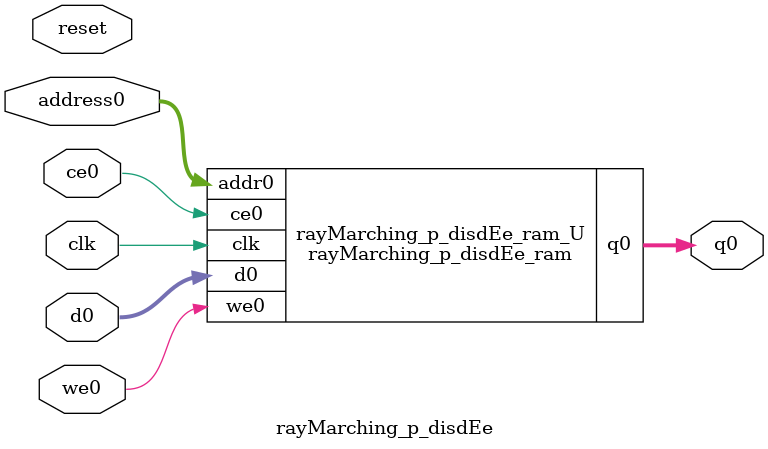
<source format=v>
`timescale 1 ns / 1 ps
module rayMarching_p_disdEe_ram (addr0, ce0, d0, we0, q0,  clk);

parameter DWIDTH = 32;
parameter AWIDTH = 18;
parameter MEM_SIZE = 183815;

input[AWIDTH-1:0] addr0;
input ce0;
input[DWIDTH-1:0] d0;
input we0;
output reg[DWIDTH-1:0] q0;
input clk;

(* ram_style = "block" *)reg [DWIDTH-1:0] ram[0:MEM_SIZE-1];




always @(posedge clk)  
begin 
    if (ce0) begin
        if (we0) 
            ram[addr0] <= d0; 
        q0 <= ram[addr0];
    end
end


endmodule

`timescale 1 ns / 1 ps
module rayMarching_p_disdEe(
    reset,
    clk,
    address0,
    ce0,
    we0,
    d0,
    q0);

parameter DataWidth = 32'd32;
parameter AddressRange = 32'd183815;
parameter AddressWidth = 32'd18;
input reset;
input clk;
input[AddressWidth - 1:0] address0;
input ce0;
input we0;
input[DataWidth - 1:0] d0;
output[DataWidth - 1:0] q0;



rayMarching_p_disdEe_ram rayMarching_p_disdEe_ram_U(
    .clk( clk ),
    .addr0( address0 ),
    .ce0( ce0 ),
    .we0( we0 ),
    .d0( d0 ),
    .q0( q0 ));

endmodule


</source>
